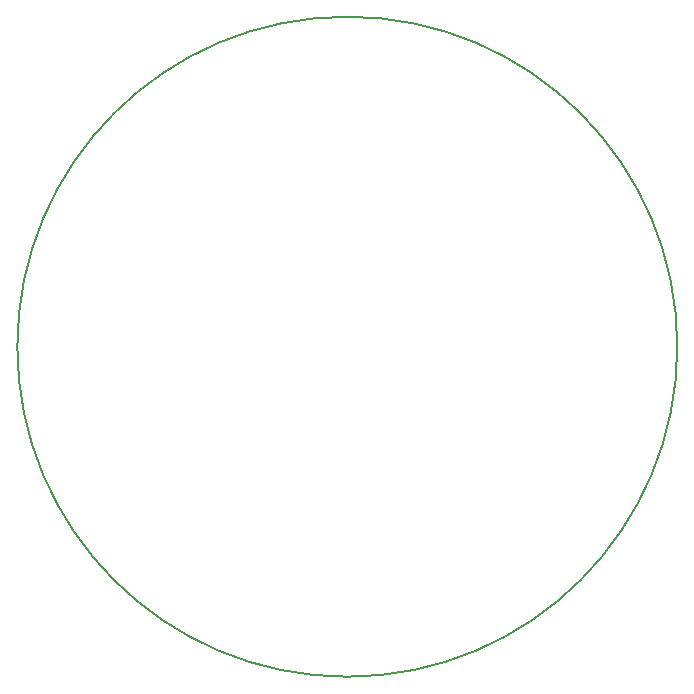
<source format=gko>
%FSLAX24Y24*%
%MOIN*%
G70*
G01*
G75*
G04 Layer_Color=16711935*
%ADD10C,0.0150*%
%ADD11R,0.1000X0.0291*%
%ADD12R,0.8661X0.8661*%
%ADD13O,0.0669X0.1102*%
%ADD14C,0.1100*%
%ADD15C,0.0400*%
%ADD16C,0.0300*%
%ADD17R,0.1000X0.1000*%
%ADD18R,0.1500X0.1000*%
%ADD19R,0.0394X0.0591*%
%ADD20R,0.0551X0.0547*%
%ADD21R,0.1913X0.1323*%
%ADD22R,0.0354X0.0197*%
%ADD23R,0.0591X0.0394*%
%ADD24R,0.0236X0.0551*%
%ADD25R,0.0236X0.0709*%
%ADD26R,0.0236X0.0512*%
%ADD27R,0.0197X0.0354*%
%ADD28R,0.0157X0.0354*%
%ADD29R,0.0512X0.0236*%
%ADD30R,0.1299X0.0532*%
%ADD31O,0.1181X0.1969*%
%ADD32C,0.0039*%
%ADD33C,0.0100*%
%ADD34R,0.0315X0.0540*%
%ADD35R,0.1060X0.0351*%
%ADD36R,0.8721X0.8721*%
%ADD37O,0.0729X0.1162*%
%ADD38C,0.0700*%
%ADD39C,0.0500*%
%ADD40C,0.0460*%
%ADD41R,0.1060X0.1060*%
%ADD42R,0.1560X0.1060*%
%ADD43R,0.0454X0.0651*%
%ADD44R,0.0611X0.0607*%
%ADD45R,0.1973X0.1383*%
%ADD46R,0.0414X0.0257*%
%ADD47R,0.0651X0.0454*%
%ADD48R,0.0296X0.0611*%
%ADD49R,0.0296X0.0769*%
%ADD50R,0.0296X0.0572*%
%ADD51R,0.0257X0.0414*%
%ADD52R,0.0197X0.0394*%
%ADD53R,0.0572X0.0296*%
%ADD54R,0.1359X0.0592*%
%ADD55O,0.1241X0.2029*%
%ADD56C,0.0098*%
%ADD57C,0.0079*%
%ADD58C,0.0050*%
%ADD59C,0.0080*%
D58*
X11000Y0D02*
G03*
X11000Y0I-11000J0D01*
G01*
M02*

</source>
